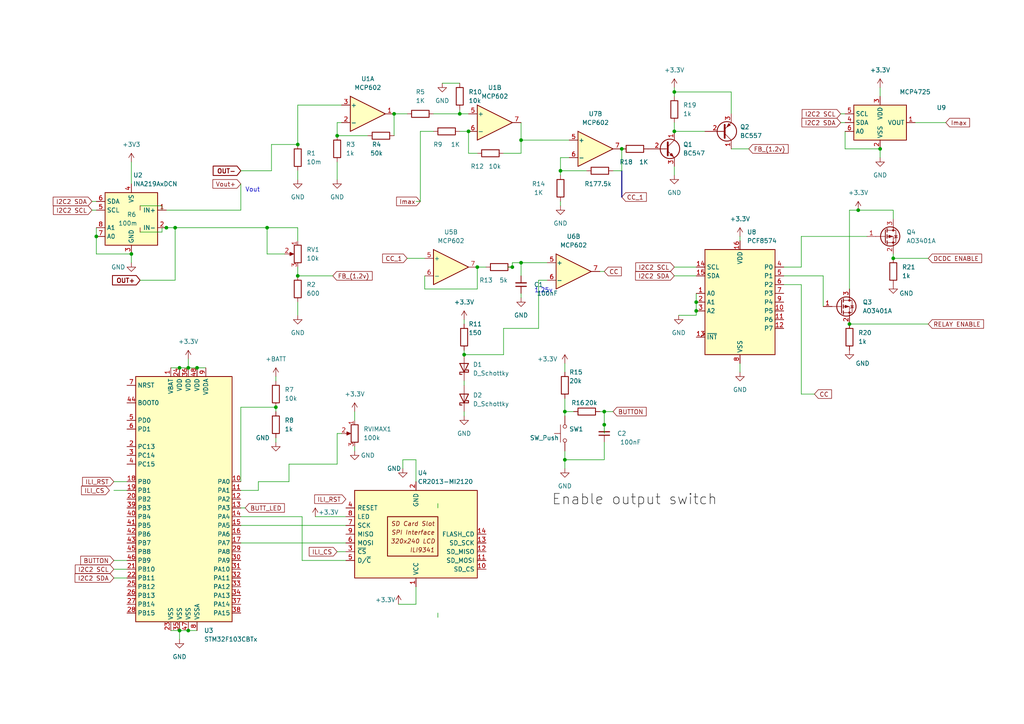
<source format=kicad_sch>
(kicad_sch (version 20211123) (generator eeschema)
  (paper "A4")
  (title_block (title "Massive Overkill Power Supply") (rev "0.1"))
  (lib_symbols
    (symbol "+3.3V_1" (power) (pin_names (offset 0))
      (property "Value" "+3.3V_1" (at 0 3.556 0))
      (symbol "+3.3V_1_0_1"
        (polyline (pts (xy -0.762 1.27) (xy 0 2.54)))
        (polyline (pts (xy 0 0) (xy 0 2.54)))
        (polyline (pts (xy 0 2.54) (xy 0.762 1.27)))
      )
      (symbol "+3.3V_1_1_1"
        (pin power_in line (at 0 0 90) (length 0) hide (name "+3.3V") (number "1"))
      )
    )
    (symbol "+3.3V_2" (power) (pin_names (offset 0))
      (property "Value" "+3.3V_2" (at 0 3.556 0))
      (symbol "+3.3V_2_0_1"
        (polyline (pts (xy -0.762 1.27) (xy 0 2.54)))
        (polyline (pts (xy 0 0) (xy 0 2.54)))
        (polyline (pts (xy 0 2.54) (xy 0.762 1.27)))
      )
      (symbol "+3.3V_2_1_1"
        (pin power_in line (at 0 0 90) (length 0) hide (name "+3.3V") (number "1"))
      )
    )
    (symbol "+3.3V_3" (power) (pin_names (offset 0))
      (property "Value" "+3.3V_3" (at 0 3.556 0))
      (symbol "+3.3V_3_0_1"
        (polyline (pts (xy -0.762 1.27) (xy 0 2.54)))
        (polyline (pts (xy 0 0) (xy 0 2.54)))
        (polyline (pts (xy 0 2.54) (xy 0.762 1.27)))
      )
      (symbol "+3.3V_3_1_1"
        (pin power_in line (at 0 0 90) (length 0) hide (name "+3.3V") (number "1"))
      )
    )
    (symbol "+3.3V_4" (power) (pin_names (offset 0))
      (property "Value" "+3.3V_4" (at 0 3.556 0))
      (symbol "+3.3V_4_0_1"
        (polyline (pts (xy -0.762 1.27) (xy 0 2.54)))
        (polyline (pts (xy 0 0) (xy 0 2.54)))
        (polyline (pts (xy 0 2.54) (xy 0.762 1.27)))
      )
      (symbol "+3.3V_4_1_1"
        (pin power_in line (at 0 0 90) (length 0) hide (name "+3.3V") (number "1"))
      )
    )
    (symbol "+3.3V_5" (power) (pin_names (offset 0))
      (property "Value" "+3.3V_5" (at 0 3.556 0))
      (symbol "+3.3V_5_0_1"
        (polyline (pts (xy -0.762 1.27) (xy 0 2.54)))
        (polyline (pts (xy 0 0) (xy 0 2.54)))
        (polyline (pts (xy 0 2.54) (xy 0.762 1.27)))
      )
      (symbol "+3.3V_5_1_1"
        (pin power_in line (at 0 0 90) (length 0) hide (name "+3.3V") (number "1"))
      )
    )
    (symbol "+3.3V_6" (power) (pin_names (offset 0))
      (property "Value" "+3.3V_6" (at 0 3.556 0))
      (symbol "+3.3V_6_0_1"
        (polyline (pts (xy -0.762 1.27) (xy 0 2.54)))
        (polyline (pts (xy 0 0) (xy 0 2.54)))
        (polyline (pts (xy 0 2.54) (xy 0.762 1.27)))
      )
      (symbol "+3.3V_6_1_1"
        (pin power_in line (at 0 0 90) (length 0) hide (name "+3.3V") (number "1"))
      )
    )
    (symbol "+3.3V_7" (power) (pin_names (offset 0))
      (property "Value" "+3.3V_7" (at 0 3.556 0))
      (symbol "+3.3V_7_0_1"
        (polyline (pts (xy -0.762 1.27) (xy 0 2.54)))
        (polyline (pts (xy 0 0) (xy 0 2.54)))
        (polyline (pts (xy 0 2.54) (xy 0.762 1.27)))
      )
      (symbol "+3.3V_7_1_1"
        (pin power_in line (at 0 0 90) (length 0) hide (name "+3.3V") (number "1"))
      )
    )
    (symbol "Amplifier_Operational:LM358" (pin_names (offset 0.127))
      (property "Reference" "U" (at 0 5.08 0))
      (property "Value" "LM358" (at 0 -5.08 0))
      (symbol "LM358_1_1"
        (polyline (pts (xy -5.08 5.08) (xy 5.08 0) (xy -5.08 -5.08) (xy -5.08 5.08)) (stroke (width 0.254)) (fill (type background)))
        (pin output line (at 7.62 0 180) (length 2.54) (name "~") (number "1"))
        (pin input line (at -7.62 -2.54 0) (length 2.54) (name "-") (number "2"))
        (pin input line (at -7.62 2.54 0) (length 2.54) (name "+") (number "3"))
      )
      (symbol "LM358_2_1"
        (polyline (pts (xy -5.08 5.08) (xy 5.08 0) (xy -5.08 -5.08) (xy -5.08 5.08)) (stroke (width 0.254)) (fill (type background)))
        (pin input line (at -7.62 2.54 0) (length 2.54) (name "+") (number "5"))
        (pin input line (at -7.62 -2.54 0) (length 2.54) (name "-") (number "6"))
        (pin output line (at 7.62 0 180) (length 2.54) (name "~") (number "7"))
      )
      (symbol "LM358_3_1"
        (pin power_in line (at -2.54 -7.62 90) (length 3.81) (name "V-") (number "4"))
        (pin power_in line (at -2.54 7.62 270) (length 3.81) (name "V+") (number "8"))
      )
    )
    (symbol "Analog_ADC:INA219AxDCN"
      (property "Reference" "U" (at -6.35 8.89 0))
      (property "Value" "INA219AxDCN" (at 6.35 8.89 0))
      (symbol "INA219AxDCN_0_1"
        (rectangle (start -7.62 7.62) (end 7.62 -7.62) (stroke (width 0.254)) (fill (type background)))
      )
      (symbol "INA219AxDCN_1_1"
        (pin input line (at -10.16 2.54 0) (length 2.54) (name "IN+") (number "1"))
        (pin input line (at -10.16 -2.54 0) (length 2.54) (name "IN-") (number "2"))
        (pin power_in line (at 0 -10.16 90) (length 2.54) (name "GND") (number "3"))
        (pin power_in line (at 0 10.16 270) (length 2.54) (name "VS") (number "4"))
        (pin input line (at 10.16 2.54 180) (length 2.54) (name "SCL") (number "5"))
        (pin bidirectional line (at 10.16 5.08 180) (length 2.54) (name "SDA") (number "6"))
        (pin input line (at 10.16 -5.08 180) (length 2.54) (name "A0") (number "7"))
        (pin input line (at 10.16 -2.54 180) (length 2.54) (name "A1") (number "8"))
      )
    )
    (symbol "Analog_DAC:MCP4725xxx-xCH"
      (property "Reference" "U" (at -6.35 6.35 0))
      (property "Value" "MCP4725xxx-xCH" (at 8.89 6.35 0))
      (symbol "MCP4725xxx-xCH_0_1"
        (rectangle (start -7.62 5.08) (end 7.62 -5.08) (stroke (width 0.254)) (fill (type background)))
      )
      (symbol "MCP4725xxx-xCH_1_1"
        (pin output line (at 10.16 0 180) (length 2.54) (name "VOUT") (number "1"))
        (pin power_in line (at 0 -7.62 90) (length 2.54) (name "VSS") (number "2"))
        (pin power_in line (at 0 7.62 270) (length 2.54) (name "VDD") (number "3"))
        (pin bidirectional line (at -10.16 0 0) (length 2.54) (name "SDA") (number "4"))
        (pin input line (at -10.16 2.54 0) (length 2.54) (name "SCL") (number "5"))
        (pin input line (at -10.16 -2.54 0) (length 2.54) (name "A0") (number "6"))
      )
    )
    (symbol "Device:C_Small" (pin_numbers hide) (pin_names (offset 0.254) hide)
      (property "Reference" "C" (at 0.254 1.778 0))
      (property "Value" "C_Small" (at 0.254 -2.032 0))
      (symbol "C_Small_0_1"
        (polyline (pts (xy -1.524 -0.508) (xy 1.524 -0.508)) (stroke (width 0.3302)))
        (polyline (pts (xy -1.524 0.508) (xy 1.524 0.508)) (stroke (width 0.3048)))
      )
      (symbol "C_Small_1_1"
        (pin passive line (at 0 2.54 270) (length 2.032) (name "~") (number "1"))
        (pin passive line (at 0 -2.54 90) (length 2.032) (name "~") (number "2"))
      )
    )
    (symbol "Device:D_Schottky" (pin_numbers hide) (pin_names (offset 1.016) hide)
      (property "Reference" "D" (at 0 2.54 0))
      (property "Value" "D_Schottky" (at 0 -2.54 0))
      (symbol "D_Schottky_0_1"
        (polyline (pts (xy 1.27 0) (xy -1.27 0)))
        (polyline (pts (xy 1.27 1.27) (xy 1.27 -1.27) (xy -1.27 0) (xy 1.27 1.27)) (stroke (width 0.254)))
        (polyline (pts (xy -1.905 0.635) (xy -1.905 1.27) (xy -1.27 1.27) (xy -1.27 -1.27) (xy -0.635 -1.27) (xy -0.635 -0.635)) (stroke (width 0.254)))
      )
      (symbol "D_Schottky_1_1"
        (pin passive line (at -3.81 0 0) (length 2.54) (name "K") (number "1"))
        (pin passive line (at 3.81 0 180) (length 2.54) (name "A") (number "2"))
      )
    )
    (symbol "Device:R" (pin_numbers hide) (pin_names (offset 0))
      (property "Reference" "R" (at 2.032 0 90))
      (property "Value" "R" (at 0 0 90))
      (symbol "R_0_1"
        (rectangle (start -1.016 -2.54) (end 1.016 2.54) (stroke (width 0.254)))
      )
      (symbol "R_1_1"
        (pin passive line (at 0 3.81 270) (length 1.27) (name "~") (number "1"))
        (pin passive line (at 0 -3.81 90) (length 1.27) (name "~") (number "2"))
      )
    )
    (symbol "Device:R_Potentiometer" (pin_names (offset 1.016) hide)
      (property "Reference" "RV" (at -4.445 0 90))
      (property "Value" "R_Potentiometer" (at -2.54 0 90))
      (symbol "R_Potentiometer_0_1"
        (polyline (pts (xy 2.54 0) (xy 1.524 0)))
        (polyline (pts (xy 1.143 0) (xy 2.286 0.508) (xy 2.286 -0.508) (xy 1.143 0)) (fill (type outline)))
        (rectangle (start 1.016 2.54) (end -1.016 -2.54) (stroke (width 0.254)))
      )
      (symbol "R_Potentiometer_1_1"
        (pin passive line (at 0 3.81 270) (length 1.27) (name "1") (number "1"))
        (pin passive line (at 3.81 0 180) (length 1.27) (name "2") (number "2"))
        (pin passive line (at 0 -3.81 90) (length 1.27) (name "3") (number "3"))
      )
    )
    (symbol "Driver_Display:CR2013-MI2120" (pin_names (offset 0.762))
      (property "Reference" "U" (at -17.526 13.97 0))
      (property "Value" "CR2013-MI2120" (at 1.905 13.97 0))
      (symbol "CR2013-MI2120_0_0"
        (text "320x240 LCD" (at 0.889 2.032 0) (effects (font (size 1.27 1.27) italic)))
        (text "ILI9341" (at -5.461 4.572 0) (effects (font (size 1.27 1.27) italic) (justify left)))
        (text "SD Card Slot" (at -5.461 -3.048 0) (effects (font (size 1.27 1.27) italic) (justify left)))
        (text "SPI Interface" (at -5.461 -0.508 0) (effects (font (size 1.27 1.27) italic) (justify left)))
      )
      (symbol "CR2013-MI2120_0_1"
        (rectangle (start -17.78 12.7) (end 17.78 -12.7) (stroke (width 0.254)) (fill (type background)))
        (rectangle (start -6.35 6.35) (end 8.255 -5.08) (stroke (width 0.254)))
      )
      (symbol "CR2013-MI2120_1_1"
        (pin power_in line (at 0 15.24 270) (length 2.54) (name "VCC") (number "1"))
        (pin input line (at -20.32 10.16 0) (length 2.54) (name "SD_CS") (number "10"))
        (pin input line (at -20.32 7.62 0) (length 2.54) (name "SD_MOSI") (number "11"))
        (pin output line (at -20.32 5.08 0) (length 2.54) (name "SD_MISO") (number "12"))
        (pin input line (at -20.32 2.54 0) (length 2.54) (name "SD_SCK") (number "13"))
        (pin input line (at -20.32 0 0) (length 2.54) (name "FLASH_CD") (number "14"))
        (pin power_in line (at 0 -15.24 90) (length 2.54) (name "GND") (number "2"))
        (pin input line (at 20.32 5.08 180) (length 2.54) (name "~{CS}") (number "3"))
        (pin input line (at 20.32 -7.62 180) (length 2.54) (name "RESET") (number "4"))
        (pin input line (at 20.32 7.62 180) (length 2.54) (name "D/~{C}") (number "5"))
        (pin input line (at 20.32 2.54 180) (length 2.54) (name "MOSI") (number "6"))
        (pin input line (at 20.32 -2.54 180) (length 2.54) (name "SCK") (number "7"))
        (pin input line (at 20.32 -5.08 180) (length 2.54) (name "LED") (number "8"))
        (pin output line (at 20.32 0 180) (length 2.54) (name "MISO") (number "9"))
      )
    )
    (symbol "Interface_Expansion:PCF8574"
      (property "Reference" "U" (at -8.89 16.51 0))
      (property "Value" "PCF8574" (at 2.54 16.51 0))
      (symbol "PCF8574_0_1"
        (rectangle (start -10.16 15.24) (end 10.16 -15.24) (stroke (width 0.254)) (fill (type background)))
      )
      (symbol "PCF8574_1_1"
        (pin input line (at -12.7 2.54 0) (length 2.54) (name "A0") (number "1"))
        (pin bidirectional line (at 12.7 -2.54 180) (length 2.54) (name "P5") (number "10"))
        (pin bidirectional line (at 12.7 -5.08 180) (length 2.54) (name "P6") (number "11"))
        (pin bidirectional line (at 12.7 -7.62 180) (length 2.54) (name "P7") (number "12"))
        (pin open_collector output_low (at -12.7 -10.16 0) (length 2.54) (name "~{INT}") (number "13"))
        (pin input line (at -12.7 10.16 0) (length 2.54) (name "SCL") (number "14"))
        (pin bidirectional line (at -12.7 7.62 0) (length 2.54) (name "SDA") (number "15"))
        (pin power_in line (at 0 17.78 270) (length 2.54) (name "VDD") (number "16"))
        (pin input line (at -12.7 0 0) (length 2.54) (name "A1") (number "2"))
        (pin input line (at -12.7 -2.54 0) (length 2.54) (name "A2") (number "3"))
        (pin bidirectional line (at 12.7 10.16 180) (length 2.54) (name "P0") (number "4"))
        (pin bidirectional line (at 12.7 7.62 180) (length 2.54) (name "P1") (number "5"))
        (pin bidirectional line (at 12.7 5.08 180) (length 2.54) (name "P2") (number "6"))
        (pin bidirectional line (at 12.7 2.54 180) (length 2.54) (name "P3") (number "7"))
        (pin power_in line (at 0 -17.78 90) (length 2.54) (name "VSS") (number "8"))
        (pin bidirectional line (at 12.7 0 180) (length 2.54) (name "P4") (number "9"))
      )
    )
    (symbol "MCU_ST_STM32F1:STM32F103CBTx"
      (property "Reference" "U" (at -15.24 36.83 0))
      (property "Value" "STM32F103CBTx" (at 7.62 36.83 0))
      (symbol "STM32F103CBTx_0_1"
        (rectangle (start -15.24 -35.56) (end 12.7 35.56) (stroke (width 0.254)) (fill (type background)))
      )
      (symbol "STM32F103CBTx_1_1"
        (pin power_in line (at -5.08 38.1 270) (length 2.54) (name "VBAT") (number "1"))
        (pin bidirectional line (at 15.24 5.08 180) (length 2.54) (name "PA0") (number "10"))
        (pin bidirectional line (at 15.24 2.54 180) (length 2.54) (name "PA1") (number "11"))
        (pin bidirectional line (at 15.24 0 180) (length 2.54) (name "PA2") (number "12"))
        (pin bidirectional line (at 15.24 -2.54 180) (length 2.54) (name "PA3") (number "13"))
        (pin bidirectional line (at 15.24 -5.08 180) (length 2.54) (name "PA4") (number "14"))
        (pin bidirectional line (at 15.24 -7.62 180) (length 2.54) (name "PA5") (number "15"))
        (pin bidirectional line (at 15.24 -10.16 180) (length 2.54) (name "PA6") (number "16"))
        (pin bidirectional line (at 15.24 -12.7 180) (length 2.54) (name "PA7") (number "17"))
        (pin bidirectional line (at -17.78 5.08 0) (length 2.54) (name "PB0") (number "18"))
        (pin bidirectional line (at -17.78 2.54 0) (length 2.54) (name "PB1") (number "19"))
        (pin bidirectional line (at -17.78 15.24 0) (length 2.54) (name "PC13") (number "2"))
        (pin bidirectional line (at -17.78 0 0) (length 2.54) (name "PB2") (number "20"))
        (pin bidirectional line (at -17.78 -20.32 0) (length 2.54) (name "PB10") (number "21"))
        (pin bidirectional line (at -17.78 -22.86 0) (length 2.54) (name "PB11") (number "22"))
        (pin power_in line (at -5.08 -38.1 90) (length 2.54) (name "VSS") (number "23"))
        (pin power_in line (at -2.54 38.1 270) (length 2.54) (name "VDD") (number "24"))
        (pin bidirectional line (at -17.78 -25.4 0) (length 2.54) (name "PB12") (number "25"))
        (pin bidirectional line (at -17.78 -27.94 0) (length 2.54) (name "PB13") (number "26"))
        (pin bidirectional line (at -17.78 -30.48 0) (length 2.54) (name "PB14") (number "27"))
        (pin bidirectional line (at -17.78 -33.02 0) (length 2.54) (name "PB15") (number "28"))
        (pin bidirectional line (at 15.24 -15.24 180) (length 2.54) (name "PA8") (number "29"))
        (pin bidirectional line (at -17.78 12.7 0) (length 2.54) (name "PC14") (number "3"))
        (pin bidirectional line (at 15.24 -17.78 180) (length 2.54) (name "PA9") (number "30"))
        (pin bidirectional line (at 15.24 -20.32 180) (length 2.54) (name "PA10") (number "31"))
        (pin bidirectional line (at 15.24 -22.86 180) (length 2.54) (name "PA11") (number "32"))
        (pin bidirectional line (at 15.24 -25.4 180) (length 2.54) (name "PA12") (number "33"))
        (pin bidirectional line (at 15.24 -27.94 180) (length 2.54) (name "PA13") (number "34"))
        (pin power_in line (at -2.54 -38.1 90) (length 2.54) (name "VSS") (number "35"))
        (pin power_in line (at 0 38.1 270) (length 2.54) (name "VDD") (number "36"))
        (pin bidirectional line (at 15.24 -30.48 180) (length 2.54) (name "PA14") (number "37"))
        (pin bidirectional line (at 15.24 -33.02 180) (length 2.54) (name "PA15") (number "38"))
        (pin bidirectional line (at -17.78 -2.54 0) (length 2.54) (name "PB3") (number "39"))
        (pin bidirectional line (at -17.78 10.16 0) (length 2.54) (name "PC15") (number "4"))
        (pin bidirectional line (at -17.78 -5.08 0) (length 2.54) (name "PB4") (number "40"))
        (pin bidirectional line (at -17.78 -7.62 0) (length 2.54) (name "PB5") (number "41"))
        (pin bidirectional line (at -17.78 -10.16 0) (length 2.54) (name "PB6") (number "42"))
        (pin bidirectional line (at -17.78 -12.7 0) (length 2.54) (name "PB7") (number "43"))
        (pin input line (at -17.78 27.94 0) (length 2.54) (name "BOOT0") (number "44"))
        (pin bidirectional line (at -17.78 -15.24 0) (length 2.54) (name "PB8") (number "45"))
        (pin bidirectional line (at -17.78 -17.78 0) (length 2.54) (name "PB9") (number "46"))
        (pin power_in line (at 0 -38.1 90) (length 2.54) (name "VSS") (number "47"))
        (pin power_in line (at 2.54 38.1 270) (length 2.54) (name "VDD") (number "48"))
        (pin input line (at -17.78 22.86 0) (length 2.54) (name "PD0") (number "5"))
        (pin input line (at -17.78 20.32 0) (length 2.54) (name "PD1") (number "6"))
        (pin input line (at -17.78 33.02 0) (length 2.54) (name "NRST") (number "7"))
        (pin power_in line (at 2.54 -38.1 90) (length 2.54) (name "VSSA") (number "8"))
        (pin power_in line (at 5.08 38.1 270) (length 2.54) (name "VDDA") (number "9"))
      )
    )
    (symbol "Switch:SW_Push" (pin_numbers hide) (pin_names (offset 1.016) hide)
      (property "Reference" "SW" (at 1.27 2.54 0))
      (property "Value" "SW_Push" (at 0 -1.524 0))
      (symbol "SW_Push_0_1"
        (circle (center -2.032 0) (radius 0.508))
        (polyline (pts (xy 0 1.27) (xy 0 3.048)))
        (polyline (pts (xy 2.54 1.27) (xy -2.54 1.27)))
        (circle (center 2.032 0) (radius 0.508))
        (pin passive line (at -5.08 0 0) (length 2.54) (name "1") (number "1"))
        (pin passive line (at 5.08 0 180) (length 2.54) (name "2") (number "2"))
      )
    )
    (symbol "Transistor_BJT:BC547" (pin_names (offset 0) hide)
      (property "Reference" "Q" (at 5.08 1.905 0))
      (property "Value" "BC547" (at 5.08 0 0))
      (symbol "BC547_0_1"
        (polyline (pts (xy 0 0) (xy 0.635 0)))
        (polyline (pts (xy 0.635 0.635) (xy 2.54 2.54)))
        (polyline (pts (xy 0.635 -0.635) (xy 2.54 -2.54) (xy 2.54 -2.54)))
        (polyline (pts (xy 0.635 1.905) (xy 0.635 -1.905) (xy 0.635 -1.905)) (stroke (width 0.508)))
        (polyline (pts (xy 1.27 -1.778) (xy 1.778 -1.27) (xy 2.286 -2.286) (xy 1.27 -1.778) (xy 1.27 -1.778)) (fill (type outline)))
        (circle (center 1.27 0) (radius 2.8194) (stroke (width 0.254)))
      )
      (symbol "BC547_1_1"
        (pin passive line (at 2.54 5.08 270) (length 2.54) (name "C") (number "1"))
        (pin input line (at -5.08 0 0) (length 5.08) (name "B") (number "2"))
        (pin passive line (at 2.54 -5.08 90) (length 2.54) (name "E") (number "3"))
      )
    )
    (symbol "Transistor_BJT:BC557" (pin_names (offset 0) hide)
      (property "Reference" "Q" (at 5.08 1.905 0))
      (property "Value" "BC557" (at 5.08 0 0))
      (symbol "BC557_0_1"
        (polyline (pts (xy 0.635 0.635) (xy 2.54 2.54)))
        (polyline (pts (xy 0.635 -0.635) (xy 2.54 -2.54) (xy 2.54 -2.54)))
        (polyline (pts (xy 0.635 1.905) (xy 0.635 -1.905) (xy 0.635 -1.905)) (stroke (width 0.508)))
        (polyline (pts (xy 2.286 -1.778) (xy 1.778 -2.286) (xy 1.27 -1.27) (xy 2.286 -1.778) (xy 2.286 -1.778)) (fill (type outline)))
        (circle (center 1.27 0) (radius 2.8194) (stroke (width 0.254)))
      )
      (symbol "BC557_1_1"
        (pin passive line (at 2.54 5.08 270) (length 2.54) (name "C") (number "1"))
        (pin input line (at -5.08 0 0) (length 5.715) (name "B") (number "2"))
        (pin passive line (at 2.54 -5.08 90) (length 2.54) (name "E") (number "3"))
      )
    )
    (symbol "Transistor_FET:AO3401A" (pin_names hide)
      (property "Reference" "Q" (at 5.08 1.905 0))
      (property "Value" "AO3401A" (at 5.08 0 0))
      (symbol "AO3401A_0_1"
        (polyline (pts (xy 0.254 0) (xy -2.54 0)))
        (polyline (pts (xy 0.254 1.905) (xy 0.254 -1.905)) (stroke (width 0.254)))
        (polyline (pts (xy 0.762 -1.27) (xy 0.762 -2.286)) (stroke (width 0.254)))
        (polyline (pts (xy 0.762 0.508) (xy 0.762 -0.508)) (stroke (width 0.254)))
        (polyline (pts (xy 0.762 2.286) (xy 0.762 1.27)) (stroke (width 0.254)))
        (polyline (pts (xy 2.54 2.54) (xy 2.54 1.778)))
        (polyline (pts (xy 2.54 -2.54) (xy 2.54 0) (xy 0.762 0)))
        (polyline (pts (xy 0.762 1.778) (xy 3.302 1.778) (xy 3.302 -1.778) (xy 0.762 -1.778)))
        (polyline (pts (xy 2.286 0) (xy 1.27 0.381) (xy 1.27 -0.381) (xy 2.286 0)) (fill (type outline)))
        (polyline (pts (xy 2.794 -0.508) (xy 2.921 -0.381) (xy 3.683 -0.381) (xy 3.81 -0.254)))
        (polyline (pts (xy 3.302 -0.381) (xy 2.921 0.254) (xy 3.683 0.254) (xy 3.302 -0.381)))
        (circle (center 1.651 0) (radius 2.794) (stroke (width 0.254)))
        (circle (center 2.54 -1.778) (radius 0.254) (fill (type outline)))
        (circle (center 2.54 1.778) (radius 0.254) (fill (type outline)))
      )
      (symbol "AO3401A_1_1"
        (pin input line (at -5.08 0 0) (length 2.54) (name "G") (number "1"))
        (pin passive line (at 2.54 -5.08 90) (length 2.54) (name "S") (number "2"))
        (pin passive line (at 2.54 5.08 270) (length 2.54) (name "D") (number "3"))
      )
    )
    (symbol "power:+3.3V" (power) (pin_names (offset 0))
      (property "Value" "+3.3V" (at 0 3.556 0))
      (symbol "+3.3V_0_1"
        (polyline (pts (xy -0.762 1.27) (xy 0 2.54)))
        (polyline (pts (xy 0 0) (xy 0 2.54)))
        (polyline (pts (xy 0 2.54) (xy 0.762 1.27)))
      )
      (symbol "+3.3V_1_1"
        (pin power_in line (at 0 0 90) (length 0) hide (name "+3V3") (number "1"))
      )
    )
    (symbol "power:+BATT" (power) (pin_names (offset 0))
      (property "Value" "+BATT" (at 0 3.556 0))
      (symbol "+BATT_0_1"
        (polyline (pts (xy -0.762 1.27) (xy 0 2.54)))
        (polyline (pts (xy 0 0) (xy 0 2.54)))
        (polyline (pts (xy 0 2.54) (xy 0.762 1.27)))
      )
      (symbol "+BATT_1_1"
        (pin power_in line (at 0 0 90) (length 0) hide (name "+BATT") (number "1"))
      )
    )
    (symbol "power:GND" (power) (pin_names (offset 0))
      (property "Value" "GND" (at 0 -3.81 0))
      (symbol "GND_0_1"
        (polyline (pts (xy 0 0) (xy 0 -1.27) (xy 1.27 -1.27) (xy 0 -2.54) (xy -1.27 -1.27) (xy 0 -1.27)))
      )
      (symbol "GND_1_1"
        (pin power_in line (at 0 0 270) (length 0) hide (name "GND") (number "1"))
      )
    )
  )
  (junction (at 80.01 118.11))
  (junction (at 54.61 106.68))
  (junction (at 180.34 43.18))
  (junction (at 259.08 74.93))
  (junction (at 201.93 90.17))
  (junction (at 138.43 77.47))
  (junction (at 201.93 87.63))
  (junction (at 57.15 106.68))
  (junction (at 134.62 102.87))
  (junction (at 52.07 106.68))
  (junction (at 77.47 66.04))
  (junction (at 97.79 39.37))
  (junction (at 38.1 73.66))
  (junction (at 163.83 119.38))
  (junction (at 148.59 77.47))
  (junction (at 135.89 38.1))
  (junction (at 50.8 66.04))
  (junction (at 246.38 93.98))
  (junction (at 151.13 40.64))
  (junction (at 195.58 38.1))
  (junction (at 175.26 123.19))
  (junction (at 54.61 182.88))
  (junction (at 195.58 26.67))
  (junction (at 175.26 119.38))
  (junction (at 163.83 133.35))
  (junction (at 27.94 68.58))
  (junction (at 133.35 33.02))
  (junction (at 52.07 182.88))
  (junction (at 248.92 60.96))
  (junction (at 86.36 41.91))
  (junction (at 162.56 49.53))
  (junction (at 86.36 80.01))
  (junction (at 255.27 43.18))
  (junction (at 151.13 76.2))
  (junction (at 114.3 33.02))
  (junction (at 48.26 66.04))
  (wire (pts (xy 69.85 147.32) (xy 71.12 147.32)))
  (wire (pts (xy 138.43 77.47) (xy 140.97 77.47)))
  (wire (pts (xy 133.35 33.02) (xy 135.89 33.02)))
  (wire (pts (xy 173.99 119.38) (xy 175.26 119.38)))
  (wire (pts (xy 97.79 39.37) (xy 106.68 39.37)))
  (wire (pts (xy 54.61 104.14) (xy 54.61 106.68)))
  (wire (pts (xy 125.73 33.02) (xy 133.35 33.02)))
  (wire (pts (xy 52.07 182.88) (xy 52.07 185.42)))
  (wire (pts (xy 77.47 66.04) (xy 77.47 73.66)))
  (wire (pts (xy 69.85 149.86) (xy 87.63 149.86)))
  (wire (pts (xy 40.64 59.69) (xy 46.99 59.69)))
  (wire (pts (xy 163.83 119.38) (xy 163.83 120.65)))
  (wire (pts (xy 146.05 95.25) (xy 156.21 95.25)))
  (wire (pts (xy 127 146.05) (xy 127 147.32)))
  (wire (pts (xy 177.8 49.53) (xy 180.34 49.53)))
  (wire (pts (xy 26.67 60.96) (xy 27.94 60.96)))
  (wire (pts (xy 26.67 58.42) (xy 27.94 58.42)))
  (wire (pts (xy 196.85 91.44) (xy 201.93 91.44)))
  (wire (pts (xy 214.63 68.58) (xy 214.63 69.85)))
  (wire (pts (xy 97.79 125.73) (xy 97.79 134.62)))
  (wire (pts (xy 151.13 40.64) (xy 151.13 44.45)))
  (wire (pts (xy 80.01 118.11) (xy 80.01 119.38)))
  (wire (pts (xy 138.43 77.47) (xy 138.43 83.82)))
  (wire (pts (xy 148.59 77.47) (xy 148.59 76.2)))
  (wire (pts (xy 50.8 66.04) (xy 50.8 81.28)))
  (wire (pts (xy 133.35 31.75) (xy 133.35 33.02)))
  (wire (pts (xy 151.13 35.56) (xy 151.13 40.64)))
  (wire (pts (xy 195.58 80.01) (xy 201.93 80.01)))
  (wire (pts (xy 173.99 78.74) (xy 175.26 78.74)))
  (wire (pts (xy 246.38 93.98) (xy 269.24 93.98)))
  (wire (pts (xy 74.93 139.7) (xy 83.82 139.7)))
  (wire (pts (xy 162.56 49.53) (xy 162.56 45.72)))
  (wire (pts (xy 121.92 38.1) (xy 121.92 58.42)))
  (wire (pts (xy 102.87 129.54) (xy 102.87 130.81)))
  (wire (pts (xy 212.09 43.18) (xy 217.17 43.18)))
  (wire (pts (xy 115.57 175.26) (xy 120.65 175.26)))
  (wire (pts (xy 151.13 76.2) (xy 158.75 76.2)))
  (wire (pts (xy 146.05 44.45) (xy 151.13 44.45)))
  (wire (pts (xy 97.79 35.56) (xy 99.06 35.56)))
  (wire (pts (xy 97.79 125.73) (xy 99.06 125.73)))
  (wire (pts (xy 255.27 43.18) (xy 255.27 45.72)))
  (wire (pts (xy 243.84 35.56) (xy 245.11 35.56)))
  (wire (pts (xy 54.61 106.68) (xy 57.15 106.68)))
  (wire (pts (xy 86.36 69.85) (xy 86.36 66.04)))
  (wire (pts (xy 80.01 127) (xy 80.01 128.27)))
  (wire (pts (xy 163.83 119.38) (xy 166.37 119.38)))
  (wire (pts (xy 77.47 66.04) (xy 86.36 66.04)))
  (wire (pts (xy 86.36 87.63) (xy 86.36 91.44)))
  (wire (pts (xy 162.56 50.8) (xy 162.56 49.53)))
  (wire (pts (xy 128.27 24.13) (xy 133.35 24.13)))
  (wire (pts (xy 46.99 67.31) (xy 46.99 66.04)))
  (wire (pts (xy 248.92 60.96) (xy 259.08 60.96)))
  (wire (pts (xy 163.83 133.35) (xy 163.83 135.89)))
  (wire (pts (xy 87.63 162.56) (xy 100.33 162.56)))
  (wire (pts (xy 114.3 33.02) (xy 118.11 33.02)))
  (wire (pts (xy 175.26 123.19) (xy 175.26 125.73)))
  (wire (pts (xy 135.89 38.1) (xy 135.89 44.45)))
  (wire (pts (xy 163.83 130.81) (xy 163.83 133.35)))
  (wire (pts (xy 77.47 73.66) (xy 82.55 73.66)))
  (wire (pts (xy 54.61 182.88) (xy 57.15 182.88)))
  (wire (pts (xy 78.74 41.91) (xy 86.36 41.91)))
  (wire (pts (xy 162.56 58.42) (xy 162.56 59.69)))
  (wire (pts (xy 265.43 35.56) (xy 274.32 35.56)))
  (wire (pts (xy 227.33 80.01) (xy 238.76 80.01)))
  (wire (pts (xy 27.94 68.58) (xy 27.94 73.66)))
  (wire (pts (xy 133.35 38.1) (xy 135.89 38.1)))
  (wire (pts (xy 48.26 60.96) (xy 69.85 60.96)))
  (wire (pts (xy 156.21 81.28) (xy 156.21 95.25)))
  (wire (pts (xy 50.8 66.04) (xy 77.47 66.04)))
  (wire (pts (xy 245.11 43.18) (xy 255.27 43.18)))
  (wire (pts (xy 163.83 105.41) (xy 163.83 107.95)))
  (wire (pts (xy 69.85 53.34) (xy 69.85 60.96)))
  (wire (pts (xy 123.19 83.82) (xy 138.43 83.82)))
  (wire (pts (xy 102.87 119.38) (xy 102.87 121.92)))
  (wire (pts (xy 40.64 81.28) (xy 50.8 81.28)))
  (wire (pts (xy 227.33 77.47) (xy 232.41 77.47)))
  (wire (pts (xy 175.26 119.38) (xy 175.26 123.19)))
  (wire (pts (xy 46.99 60.96) (xy 46.99 59.69)))
  (wire (pts (xy 120.65 170.18) (xy 120.65 175.26)))
  (wire (pts (xy 135.89 44.45) (xy 138.43 44.45)))
  (wire (pts (xy 232.41 68.58) (xy 251.46 68.58)))
  (wire (pts (xy 146.05 102.87) (xy 146.05 95.25)))
  (wire (pts (xy 33.02 165.1) (xy 36.83 165.1)))
  (wire (pts (xy 69.85 157.48) (xy 100.33 157.48)))
  (wire (pts (xy 201.93 85.09) (xy 201.93 87.63)))
  (wire (pts (xy 227.33 82.55) (xy 232.41 82.55)))
  (wire (pts (xy 97.79 46.99) (xy 97.79 52.07)))
  (wire (pts (xy 151.13 40.64) (xy 165.1 40.64)))
  (wire (pts (xy 57.15 106.68) (xy 59.69 106.68)))
  (wire (pts (xy 195.58 35.56) (xy 195.58 38.1)))
  (wire (pts (xy 175.26 133.35) (xy 163.83 133.35)))
  (wire (pts (xy 83.82 139.7) (xy 83.82 134.62)))
  (wire (pts (xy 212.09 26.67) (xy 212.09 33.02)))
  (wire (pts (xy 259.08 63.5) (xy 259.08 60.96)))
  (wire (pts (xy 38.1 73.66) (xy 38.1 76.2)))
  (wire (pts (xy 125.73 38.1) (xy 121.92 38.1)))
  (wire (pts (xy 255.27 25.4) (xy 255.27 27.94)))
  (wire (pts (xy 69.85 118.11) (xy 69.85 139.7)))
  (wire (pts (xy 52.07 106.68) (xy 54.61 106.68)))
  (wire (pts (xy 74.93 142.24) (xy 74.93 139.7)))
  (wire (pts (xy 120.65 58.42) (xy 121.92 58.42)))
  (wire (pts (xy 180.34 43.18) (xy 180.34 49.53)))
  (wire (pts (xy 134.62 102.87) (xy 146.05 102.87)))
  (wire (pts (xy 49.53 182.88) (xy 52.07 182.88)))
  (wire (pts (xy 33.02 167.64) (xy 36.83 167.64)))
  (wire (pts (xy 48.26 66.04) (xy 50.8 66.04)))
  (wire (pts (xy 86.36 41.91) (xy 86.36 30.48)))
  (wire (pts (xy 175.26 119.38) (xy 177.8 119.38)))
  (wire (pts (xy 97.79 160.02) (xy 100.33 160.02)))
  (wire (pts (xy 134.62 119.38) (xy 134.62 120.65)))
  (wire (pts (xy 40.64 67.31) (xy 46.99 67.31)))
  (wire (pts (xy 147.32 77.47) (xy 148.59 77.47)))
  (wire (pts (xy 27.94 73.66) (xy 38.1 73.66)))
  (wire (pts (xy 38.1 46.99) (xy 38.1 53.34)))
  (wire (pts (xy 162.56 45.72) (xy 165.1 45.72)))
  (wire (pts (xy 49.53 106.68) (xy 52.07 106.68)))
  (wire (pts (xy 86.36 49.53) (xy 86.36 52.07)))
  (wire (pts (xy 46.99 66.04) (xy 48.26 66.04)))
  (wire (pts (xy 243.84 33.02) (xy 245.11 33.02)))
  (wire (pts (xy 175.26 128.27) (xy 175.26 133.35)))
  (wire (pts (xy 33.02 162.56) (xy 36.83 162.56)))
  (wire (pts (xy 78.74 41.91) (xy 78.74 49.53)))
  (wire (pts (xy 118.11 74.93) (xy 123.19 74.93)))
  (wire (pts (xy 33.02 139.7) (xy 36.83 139.7)))
  (wire (pts (xy 163.83 115.57) (xy 163.83 119.38)))
  (wire (pts (xy 214.63 105.41) (xy 214.63 107.95)))
  (wire (pts (xy 151.13 85.09) (xy 151.13 86.36)))
  (wire (pts (xy 69.85 142.24) (xy 74.93 142.24)))
  (wire (pts (xy 246.38 60.96) (xy 246.38 83.82)))
  (wire (pts (xy 86.36 80.01) (xy 96.52 80.01)))
  (wire (pts (xy 232.41 114.3) (xy 236.22 114.3)))
  (wire (pts (xy 248.92 60.96) (xy 246.38 60.96)))
  (wire (pts (xy 127 177.8) (xy 127 179.07)))
  (wire (pts (xy 69.85 49.53) (xy 78.74 49.53)))
  (wire (pts (xy 83.82 134.62) (xy 97.79 134.62)))
  (wire (pts (xy 80.01 109.22) (xy 80.01 110.49)))
  (wire (pts (xy 33.02 142.24) (xy 36.83 142.24)))
  (wire (pts (xy 259.08 74.93) (xy 269.24 74.93)))
  (wire (pts (xy 238.76 80.01) (xy 238.76 88.9)))
  (wire (pts (xy 27.94 66.04) (xy 27.94 68.58)))
  (wire (pts (xy 195.58 48.26) (xy 195.58 50.8)))
  (wire (pts (xy 201.93 87.63) (xy 201.93 90.17)))
  (wire (pts (xy 69.85 118.11) (xy 80.01 118.11)))
  (wire (pts (xy 195.58 77.47) (xy 201.93 77.47)))
  (wire (pts (xy 69.85 152.4) (xy 100.33 152.4)))
  (wire (pts (xy 52.07 182.88) (xy 54.61 182.88)))
  (wire (pts (xy 86.36 30.48) (xy 99.06 30.48)))
  (wire (pts (xy 232.41 77.47) (xy 232.41 68.58)))
  (wire (pts (xy 116.84 133.35) (xy 120.65 133.35)))
  (wire (pts (xy 97.79 39.37) (xy 97.79 35.56)))
  (wire (pts (xy 114.3 33.02) (xy 114.3 39.37)))
  (wire (pts (xy 134.62 92.71) (xy 134.62 93.98)))
  (bus (pts (xy 180.34 49.53) (xy 180.34 57.15)))
  (wire (pts (xy 116.84 135.89) (xy 116.84 133.35)))
  (wire (pts (xy 134.62 101.6) (xy 134.62 102.87)))
  (wire (pts (xy 120.65 133.35) (xy 120.65 139.7)))
  (wire (pts (xy 87.63 149.86) (xy 87.63 162.56)))
  (wire (pts (xy 86.36 77.47) (xy 86.36 80.01)))
  (wire (pts (xy 232.41 82.55) (xy 232.41 114.3)))
  (wire (pts (xy 195.58 26.67) (xy 195.58 27.94)))
  (wire (pts (xy 123.19 80.01) (xy 123.19 83.82)))
  (wire (pts (xy 148.59 76.2) (xy 151.13 76.2)))
  (wire (pts (xy 195.58 26.67) (xy 212.09 26.67)))
  (wire (pts (xy 134.62 110.49) (xy 134.62 111.76)))
  (wire (pts (xy 195.58 25.4) (xy 195.58 26.67)))
  (wire (pts (xy 201.93 90.17) (xy 201.93 91.44)))
  (wire (pts (xy 259.08 73.66) (xy 259.08 74.93)))
  (wire (pts (xy 156.21 81.28) (xy 158.75 81.28)))
  (wire (pts (xy 151.13 76.2) (xy 151.13 80.01)))
  (wire (pts (xy 91.44 149.86) (xy 100.33 149.86)))
  (wire (pts (xy 245.11 38.1) (xy 245.11 43.18)))
  (wire (pts (xy 162.56 49.53) (xy 170.18 49.53)))
  (wire (pts (xy 195.58 38.1) (xy 204.47 38.1)))
  (text "1.25v" (at 154.94 85.09 0) (effects (font (size 1.27 1.27)) (justify left bottom)))
  (text "Vout" (at 71.12 55.88 0) (effects (font (size 1.27 1.27)) (justify left bottom)))
  (label "Enable output switch" (at 160.02 147.32 0) (effects (font (size 3 3))))
  (global_label "FB_(1.2v)" (shape input) (at 96.52 80.01 0) (property "Intersheet References" "${INTERSHEET_REFS}" (effects hide)))
  (global_label "I2C2 SDA" (shape input) (at 33.02 167.64 180) (property "Intersheet References" "${INTERSHEET_REFS}" (effects hide)))
  (global_label "I2C2 SCL" (shape input) (at 33.02 165.1 180) (property "Intersheet References" "${INTERSHEET_REFS}" (effects hide)))
  (global_label "ILI_RST" (shape input) (at 33.02 139.7 180) (property "Intersheet References" "${INTERSHEET_REFS}" (effects hide)))
  (global_label "I2C2 SDA" (shape input) (at 195.58 80.01 180) (property "Intersheet References" "${INTERSHEET_REFS}" (effects hide)))
  (global_label "BUTT_LED" (shape input) (at 71.12 147.32 0) (property "Intersheet References" "${INTERSHEET_REFS}" (effects hide)))
  (global_label "ILI_CS" (shape input) (at 31.75 142.24 180) (property "Intersheet References" "${INTERSHEET_REFS}" (effects hide)))
  (global_label "Imax" (shape input) (at 274.32 35.56 0) (property "Intersheet References" "${INTERSHEET_REFS}" (effects hide)))
  (global_label "ILI_RST" (shape input) (at 100.33 144.78 180) (property "Intersheet References" "${INTERSHEET_REFS}" (effects hide)))
  (global_label "ILI_CS" (shape input) (at 97.79 160.02 180) (property "Intersheet References" "${INTERSHEET_REFS}" (effects hide)))
  (global_label "BUTTON" (shape input) (at 33.02 162.56 180) (property "Intersheet References" "${INTERSHEET_REFS}" (effects hide)))
  (global_label "I2C2 SCL" (shape input) (at 26.67 60.96 180) (property "Intersheet References" "${INTERSHEET_REFS}" (effects hide)))
  (global_label "Imax" (shape input) (at 121.92 58.42 180) (property "Intersheet References" "${INTERSHEET_REFS}" (effects hide)))
  (global_label "I2C2 SCL" (shape input) (at 195.58 77.47 180) (property "Intersheet References" "${INTERSHEET_REFS}" (effects hide)))
  (global_label "OUT+" (shape input) (at 40.64 81.28 180) (effects (font (thickness 0.254) bold)) (property "Intersheet References" "${INTERSHEET_REFS}" (effects hide)))
  (global_label "CC" (shape input) (at 175.26 78.74 0) (property "Intersheet References" "${INTERSHEET_REFS}" (effects hide)))
  (global_label "DCDC ENABLE" (shape input) (at 269.24 74.93 0) (property "Intersheet References" "${INTERSHEET_REFS}" (effects hide)))
  (global_label "CC" (shape input) (at 236.22 114.3 0) (property "Intersheet References" "${INTERSHEET_REFS}" (effects hide)))
  (global_label "CC_1" (shape input) (at 118.11 74.93 180) (property "Intersheet References" "${INTERSHEET_REFS}" (effects hide)))
  (global_label "OUT-" (shape input) (at 69.85 49.53 180) (effects (font (thickness 0.254) bold)) (property "Intersheet References" "${INTERSHEET_REFS}" (effects hide)))
  (global_label "RELAY ENABLE" (shape input) (at 269.24 93.98 0) (property "Intersheet References" "${INTERSHEET_REFS}" (effects hide)))
  (global_label "Vout+" (shape input) (at 69.85 53.34 180) (property "Intersheet References" "${INTERSHEET_REFS}" (effects hide)))
  (global_label "CC_1" (shape input) (at 180.34 57.15 0) (property "Intersheet References" "${INTERSHEET_REFS}" (effects hide)))
  (global_label "I2C2 SCL" (shape input) (at 243.84 33.02 180) (property "Intersheet References" "${INTERSHEET_REFS}" (effects hide)))
  (global_label "BUTTON" (shape input) (at 177.8 119.38 0) (property "Intersheet References" "${INTERSHEET_REFS}" (effects hide)))
  (global_label "FB_(1.2v)" (shape input) (at 217.17 43.18 0) (property "Intersheet References" "${INTERSHEET_REFS}" (effects hide)))
  (global_label "I2C2 SDA" (shape input) (at 26.67 58.42 180) (property "Intersheet References" "${INTERSHEET_REFS}" (effects hide)))
  (global_label "I2C2 SDA" (shape input) (at 243.84 35.56 180) (property "Intersheet References" "${INTERSHEET_REFS}" (effects hide)))
  (symbol (lib_id "Device:R") (at 86.36 45.72 0) (unit 1)
    (property "Reference" "R1" (at 88.9 44.4499 0) (effects (justify left)))
    (property "Value" "10m" (at 88.9 46.9899 0) (effects (justify left)))
    (property "Footprint" "Resistor_SMD:R_0603_1608Metric" (effects hide))
  )
  (symbol (lib_id "Transistor_FET:AO3401A") (at 243.84 88.9 0) (unit 1)
    (property "Reference" "Q3" (at 250.19 87.6299 0) (effects (justify left)))
    (property "Value" "AO3401A" (at 250.19 90.1699 0) (effects (justify left)))
    (property "Footprint" "Package_TO_SOT_SMD:SOT-23" (effects hide))
    (property "Datasheet" "http://www.aosmd.com/pdfs/datasheet/AO3401A.pdf" (effects hide))
  )
  (symbol (lib_id "Device:C_Small") (at 175.26 125.73 180) (unit 1)
    (property "Reference" "C2" (at 180.34 125.73 0))
    (property "Value" "100nF" (at 182.88 128.27 0))
  )
  (symbol (lib_id "Device:R") (at 246.38 97.79 0) (unit 1)
    (property "Reference" "R20" (at 248.92 96.5199 0) (effects (justify left)))
    (property "Value" "1k" (at 248.92 99.0599 0) (effects (justify left)))
  )
  (symbol (lib_id "Amplifier_Operational:LM358") (at 166.37 78.74 0) (unit 2)
    (property "Reference" "U6" (at 166.37 68.58 0))
    (property "Value" "MCP602" (at 166.37 71.12 0))
    (property "Footprint" "Package_SO:SOIC-8-N7_3.9x4.9mm_P1.27mm" (effects hide))
    (property "Datasheet" "http://www.ti.com/lit/ds/symlink/lm2904-n.pdf" (effects hide))
  )
  (symbol (lib_id "power:GND") (at 86.36 91.44 0) (unit 1)
    (property "Reference" "#PWR02" (effects hide))
    (property "Value" "GND" (at 86.36 96.52 0))
  )
  (symbol (lib_id "power:+BATT") (at 80.01 109.22 0) (unit 1)
    (property "Reference" "#PWR08" (effects hide))
    (property "Value" "+BATT" (at 80.01 104.14 0))
  )
  (symbol (lib_id "power:GND") (at 196.85 91.44 0) (unit 1)
    (property "Reference" "#PWR024" (effects hide))
    (property "Value" "GND" (at 196.85 96.52 0))
  )
  (symbol (lib_id "power:+3.3V") (at 38.1 46.99 0) (unit 1)
    (property "Reference" "#PWR04" (effects hide))
    (property "Value" "+3.3V" (at 38.1 41.91 0))
  )
  (symbol (lib_id "Device:R") (at 121.92 33.02 90) (unit 1)
    (property "Reference" "R5" (at 121.92 26.67 90))
    (property "Value" "1K" (at 121.92 29.21 90))
    (property "Footprint" "Resistor_SMD:R_0603_1608Metric" (effects hide))
  )
  (symbol (lib_name "+3.3V_3") (lib_id "power:+3.3V") (at 91.44 149.86 0) (unit 1)
    (property "Reference" "#PWR010" (effects hide))
    (property "Value" "+3.3V" (at 95.25 148.59 0))
  )
  (symbol (lib_id "Device:R") (at 144.78 77.47 270) (unit 1)
    (property "Reference" "R13" (at 140.97 81.28 90))
    (property "Value" "5k" (at 146.05 81.28 90))
    (property "Footprint" "Resistor_SMD:R_0603_1608Metric" (effects hide))
  )
  (symbol (lib_id "Analog_ADC:INA219AxDCN") (at 38.1 63.5 0) (mirror y) (unit 1)
    (property "Reference" "U2" (at 38.6206 50.8 0) (effects (justify right)))
    (property "Value" "INA219AxDCN" (at 38.6206 53.34 0) (effects (justify right)))
    (property "Footprint" "Package_TO_SOT_SMD:SOT-23-8" (effects hide))
    (property "Datasheet" "http://www.ti.com/lit/ds/symlink/ina219.pdf" (effects hide))
  )
  (symbol (lib_id "Device:R") (at 40.64 63.5 0) (unit 1)
    (property "Reference" "R6" (at 36.83 62.23 0) (effects (justify left)))
    (property "Value" "100m" (at 34.29 64.77 0) (effects (justify left)))
    (property "Footprint" "Resistor_SMD:R_0603_1608Metric" (effects hide))
  )
  (symbol (lib_name "+3.3V_1") (lib_id "power:+3.3V") (at 255.27 25.4 0) (unit 1)
    (property "Reference" "#PWR029" (effects hide))
    (property "Value" "+3.3V" (at 255.27 20.32 0))
  )
  (symbol (lib_id "Interface_Expansion:PCF8574") (at 214.63 87.63 0) (unit 1)
    (property "Reference" "U8" (at 216.6494 67.31 0) (effects (justify left)))
    (property "Value" "PCF8574" (at 216.6494 69.85 0) (effects (justify left)))
    (property "Datasheet" "http://www.nxp.com/documents/data_sheet/PCF8574_PCF8574A.pdf" (effects hide))
  )
  (symbol (lib_name "+3.3V_4") (lib_id "power:+3.3V") (at 102.87 119.38 0) (unit 1)
    (property "Reference" "#PWR011" (effects hide))
    (property "Value" "+3.3V" (at 102.87 114.3 0))
  )
  (symbol (lib_id "power:GND") (at 195.58 50.8 0) (unit 1)
    (property "Reference" "#PWR023" (effects hide))
    (property "Value" "GND" (at 195.58 55.88 0))
  )
  (symbol (lib_id "Amplifier_Operational:LM358") (at 106.68 33.02 0) (unit 1)
    (property "Reference" "U1" (at 106.68 22.86 0))
    (property "Value" "MCP602" (at 106.68 25.4 0))
    (property "Footprint" "Package_SO:SOIC-8-N7_3.9x4.9mm_P1.27mm" (effects hide))
    (property "Datasheet" "http://www.ti.com/lit/ds/symlink/lm2904-n.pdf" (effects hide))
  )
  (symbol (lib_name "+3.3V_2") (lib_id "power:+3.3V") (at 115.57 175.26 0) (unit 1)
    (property "Reference" "#PWR013" (effects hide))
    (property "Value" "+3.3V" (at 111.76 173.99 0))
  )
  (symbol (lib_id "power:GND") (at 102.87 130.81 0) (mirror y) (unit 1)
    (property "Reference" "#PWR012" (effects hide))
    (property "Value" "GND" (at 106.68 132.08 0))
  )
  (symbol (lib_id "power:GND") (at 151.13 86.36 0) (unit 1)
    (property "Reference" "#PWR018" (effects hide))
    (property "Value" "GND" (at 151.13 91.44 0))
  )
  (symbol (lib_id "Amplifier_Operational:LM358") (at 130.81 77.47 0) (unit 2)
    (property "Reference" "U5" (at 130.81 67.31 0))
    (property "Value" "MCP602" (at 130.81 69.85 0))
    (property "Footprint" "Package_SO:SOIC-8-N7_3.9x4.9mm_P1.27mm" (effects hide))
    (property "Datasheet" "http://www.ti.com/lit/ds/symlink/lm2904-n.pdf" (effects hide))
  )
  (symbol (lib_id "power:GND") (at 116.84 135.89 0) (unit 1)
    (property "Reference" "#PWR014" (effects hide))
    (property "Value" "GND" (at 114.3 135.89 0))
  )
  (symbol (lib_name "+3.3V_5") (lib_id "power:+3.3V") (at 163.83 105.41 0) (unit 1)
    (property "Reference" "#PWR020" (effects hide))
    (property "Value" "+3.3V" (at 158.75 104.14 0))
  )
  (symbol (lib_id "Device:D_Schottky") (at 134.62 115.57 90) (unit 1)
    (property "Reference" "D2" (at 137.16 114.6174 90) (effects (justify right)))
    (property "Value" "D_Schottky" (at 137.16 117.1574 90) (effects (justify right)))
  )
  (symbol (lib_name "+3.3V_6") (lib_id "power:+3.3V") (at 214.63 68.58 0) (unit 1)
    (property "Reference" "#PWR025" (effects hide))
    (property "Value" "+3.3V" (at 214.63 63.5 0))
  )
  (symbol (lib_id "power:GND") (at 80.01 128.27 0) (unit 1)
    (property "Reference" "#PWR09" (effects hide))
    (property "Value" "GND" (at 76.2 127 0))
  )
  (symbol (lib_name "+3.3V_2") (lib_id "power:+3.3V") (at 54.61 104.14 0) (unit 1)
    (property "Reference" "#PWR07" (effects hide))
    (property "Value" "+3.3V" (at 54.61 99.06 0))
  )
  (symbol (lib_id "Device:R") (at 163.83 111.76 0) (unit 1)
    (property "Reference" "R15" (at 165.1 107.95 0) (effects (justify left)))
    (property "Value" "20k" (at 165.1 110.49 0) (effects (justify left)))
    (property "Footprint" "Resistor_SMD:R_0603_1608Metric" (effects hide))
  )
  (symbol (lib_id "power:GND") (at 162.56 59.69 0) (unit 1)
    (property "Reference" "#PWR019" (effects hide))
    (property "Value" "GND" (at 162.56 64.77 0))
  )
  (symbol (lib_id "power:GND") (at 97.79 52.07 0) (unit 1)
    (property "Reference" "#PWR03" (effects hide))
    (property "Value" "GND" (at 97.79 57.15 0))
  )
  (symbol (lib_id "power:GND") (at 134.62 120.65 0) (unit 1)
    (property "Reference" "#PWR017" (effects hide))
    (property "Value" "GND" (at 134.62 125.73 0))
  )
  (symbol (lib_id "Device:R") (at 129.54 38.1 90) (unit 1)
    (property "Reference" "R9" (at 127 41.91 90))
    (property "Value" "1K" (at 132.08 41.91 90))
    (property "Footprint" "Resistor_SMD:R_0603_1608Metric" (effects hide))
  )
  (symbol (lib_id "power:GND") (at 52.07 185.42 0) (unit 1)
    (property "Reference" "#PWR06" (effects hide))
    (property "Value" "GND" (at 52.07 190.5 0))
  )
  (symbol (lib_id "Device:R_Potentiometer") (at 102.87 125.73 0) (mirror y) (unit 1)
    (property "Reference" "RVIMAX1" (at 105.41 124.4599 0) (effects (justify right)))
    (property "Value" "100k" (at 105.41 126.9999 0) (effects (justify right)))
  )
  (symbol (lib_id "power:GND") (at 246.38 101.6 0) (unit 1)
    (property "Reference" "#PWR027" (effects hide))
    (property "Value" "GND" (at 250.19 105.41 0))
  )
  (symbol (lib_id "Device:R") (at 80.01 114.3 0) (unit 1)
    (property "Reference" "R7" (at 82.55 113.0299 0) (effects (justify left)))
    (property "Value" "10k" (at 82.55 115.5699 0) (effects (justify left)))
    (property "Footprint" "Resistor_SMD:R_0603_1608Metric" (effects hide))
  )
  (symbol (lib_id "Device:R") (at 195.58 31.75 0) (unit 1)
    (property "Reference" "R19" (at 198.12 30.4799 0) (effects (justify left)))
    (property "Value" "1k" (at 198.12 33.0199 0) (effects (justify left)))
    (property "Footprint" "Resistor_SMD:R_0603_1608Metric" (effects hide))
  )
  (symbol (lib_id "Device:R") (at 110.49 39.37 90) (unit 1)
    (property "Reference" "R4" (at 109.22 41.91 90))
    (property "Value" "50k" (at 109.22 44.45 90))
    (property "Footprint" "Resistor_SMD:R_0603_1608Metric" (effects hide))
  )
  (symbol (lib_id "Device:D_Schottky") (at 134.62 106.68 90) (unit 1)
    (property "Reference" "D1" (at 137.16 105.7274 90) (effects (justify right)))
    (property "Value" "D_Schottky" (at 137.16 108.2674 90) (effects (justify right)))
  )
  (symbol (lib_id "Device:R") (at 259.08 78.74 0) (unit 1)
    (property "Reference" "R21" (at 261.62 77.4699 0) (effects (justify left)))
    (property "Value" "1k" (at 261.62 80.0099 0) (effects (justify left)))
  )
  (symbol (lib_id "power:GND") (at 128.27 24.13 0) (unit 1)
    (property "Reference" "#PWR015" (effects hide))
    (property "Value" "GND" (at 128.27 29.21 0))
  )
  (symbol (lib_id "Transistor_BJT:BC557") (at 209.55 38.1 0) (mirror x) (unit 1)
    (property "Reference" "Q2" (at 214.63 36.8299 0) (effects (justify left)))
    (property "Value" "BC557" (at 214.63 39.3699 0) (effects (justify left)))
    (property "Footprint" "Package_TO_SOT_THT:TO-92_Inline" (effects hide))
    (property "Datasheet" "https://www.onsemi.com/pub/Collateral/BC556BTA-D.pdf" (effects hide))
  )
  (symbol (lib_id "Device:R") (at 133.35 27.94 0) (unit 1)
    (property "Reference" "R10" (at 135.89 26.6699 0) (effects (justify left)))
    (property "Value" "10k" (at 135.89 29.2099 0) (effects (justify left)))
    (property "Footprint" "Resistor_SMD:R_0603_1608Metric" (effects hide))
  )
  (symbol (lib_id "Amplifier_Operational:LM358") (at 143.51 35.56 0) (unit 2)
    (property "Reference" "U1" (at 143.51 25.4 0))
    (property "Value" "MCP602" (at 143.51 27.94 0))
    (property "Footprint" "Package_SO:SOIC-8-N7_3.9x4.9mm_P1.27mm" (effects hide))
    (property "Datasheet" "http://www.ti.com/lit/ds/symlink/lm2904-n.pdf" (effects hide))
  )
  (symbol (lib_name "+3.3V_6") (lib_id "power:+3.3V") (at 134.62 92.71 0) (unit 1)
    (property "Reference" "#PWR016" (effects hide))
    (property "Value" "+3.3V" (at 134.62 87.63 0))
  )
  (symbol (lib_id "Device:R") (at 80.01 123.19 0) (unit 1)
    (property "Reference" "R8" (at 82.55 121.9199 0) (effects (justify left)))
    (property "Value" "1k" (at 82.55 124.4599 0) (effects (justify left)))
    (property "Footprint" "Resistor_SMD:R_0603_1608Metric" (effects hide))
  )
  (symbol (lib_id "Switch:SW_Push") (at 163.83 125.73 90) (unit 1)
    (property "Reference" "SW1" (at 165.1 124.4599 90) (effects (justify right)))
    (property "Value" "SW_Push" (at 153.67 127 90) (effects (justify right)))
  )
  (symbol (lib_id "power:GND") (at 163.83 135.89 0) (unit 1)
    (property "Reference" "#PWR021" (effects hide))
    (property "Value" "GND" (at 163.83 140.97 0))
  )
  (symbol (lib_id "Device:R") (at 162.56 54.61 180) (unit 1)
    (property "Reference" "R14" (at 156.21 53.34 0))
    (property "Value" "1K" (at 156.21 55.88 0))
    (property "Footprint" "Resistor_SMD:R_0603_1608Metric" (effects hide))
  )
  (symbol (lib_id "power:GND") (at 38.1 76.2 0) (unit 1)
    (property "Reference" "#PWR05" (effects hide))
    (property "Value" "GND" (at 34.29 77.47 0))
  )
  (symbol (lib_id "Device:R_Potentiometer") (at 86.36 73.66 0) (mirror y) (unit 1)
    (property "Reference" "RV1" (at 88.9 72.3899 0) (effects (justify right)))
    (property "Value" "10k" (at 88.9 74.9299 0) (effects (justify right)))
    (property "Footprint" "Resistor_SMD:R_0603_1608Metric" (effects hide))
  )
  (symbol (lib_id "Analog_DAC:MCP4725xxx-xCH") (at 255.27 35.56 0) (unit 1)
    (property "Reference" "U9" (at 273.05 31.2293 0))
    (property "Value" "MCP4725" (at 265.43 26.67 0))
    (property "Footprint" "Package_TO_SOT_SMD:SOT-23-6" (effects hide))
    (property "Datasheet" "http://ww1.microchip.com/downloads/en/DeviceDoc/22039d.pdf" (effects hide))
  )
  (symbol (lib_id "Device:R") (at 97.79 43.18 0) (unit 1)
    (property "Reference" "R3" (at 100.33 41.9099 0) (effects (justify left)))
    (property "Value" "1k" (at 100.33 44.4499 0) (effects (justify left)))
    (property "Footprint" "Resistor_SMD:R_0603_1608Metric" (effects hide))
  )
  (symbol (lib_id "Device:R") (at 184.15 43.18 90) (unit 1)
    (property "Reference" "R18" (at 181.61 46.99 90))
    (property "Value" "1K" (at 186.69 46.99 90))
    (property "Footprint" "Resistor_SMD:R_0603_1608Metric" (effects hide))
  )
  (symbol (lib_name "+3.3V_6") (lib_id "power:+3.3V") (at 195.58 25.4 0) (unit 1)
    (property "Reference" "#PWR022" (effects hide))
    (property "Value" "+3.3V" (at 195.58 20.32 0))
  )
  (symbol (lib_id "Device:R") (at 170.18 119.38 270) (unit 1)
    (property "Reference" "R16" (at 167.64 116.84 90))
    (property "Value" "20k" (at 171.45 116.84 90))
    (property "Footprint" "Resistor_SMD:R_0603_1608Metric" (effects hide))
  )
  (symbol (lib_id "Amplifier_Operational:LM358") (at 172.72 43.18 0) (unit 2)
    (property "Reference" "U7" (at 172.72 33.02 0))
    (property "Value" "MCP602" (at 172.72 35.56 0))
    (property "Footprint" "Package_SO:SOIC-8-N7_3.9x4.9mm_P1.27mm" (effects hide))
    (property "Datasheet" "http://www.ti.com/lit/ds/symlink/lm2904-n.pdf" (effects hide))
  )
  (symbol (lib_id "MCU_ST_STM32F1:STM32F103CBTx") (at 54.61 144.78 0) (unit 1)
    (property "Reference" "U3" (at 59.1694 182.88 0) (effects (justify left)))
    (property "Value" "STM32F103CBTx" (at 59.1694 185.42 0) (effects (justify left)))
    (property "Footprint" "Package_QFP:LQFP-48_7x7mm_P0.5mm" (effects hide))
    (property "Datasheet" "http://www.st.com/st-web-ui/static/active/en/resource/technical/document/datasheet/CD00161566.pdf" (effects hide))
  )
  (symbol (lib_id "Device:R") (at 142.24 44.45 270) (unit 1)
    (property "Reference" "R12" (at 138.43 48.26 90))
    (property "Value" "10k" (at 143.51 48.26 90))
    (property "Footprint" "Resistor_SMD:R_0603_1608Metric" (effects hide))
  )
  (symbol (lib_id "Device:R") (at 173.99 49.53 270) (unit 1)
    (property "Reference" "R17" (at 171.45 53.34 90))
    (property "Value" "7.5k" (at 175.26 53.34 90))
    (property "Footprint" "Resistor_SMD:R_0603_1608Metric" (effects hide))
  )
  (symbol (lib_id "Device:R") (at 134.62 97.79 0) (unit 1)
    (property "Reference" "R11" (at 135.89 93.98 0) (effects (justify left)))
    (property "Value" "150" (at 135.89 96.52 0) (effects (justify left)))
    (property "Footprint" "Resistor_SMD:R_0603_1608Metric" (effects hide))
  )
  (symbol (lib_id "Device:C_Small") (at 151.13 82.55 180) (unit 1)
    (property "Reference" "C1" (at 156.21 82.55 0))
    (property "Value" "100nF" (at 158.75 85.09 0))
  )
  (symbol (lib_id "Transistor_FET:AO3401A") (at 256.54 68.58 0) (unit 1)
    (property "Reference" "Q4" (at 262.89 67.3099 0) (effects (justify left)))
    (property "Value" "AO3401A" (at 262.89 69.8499 0) (effects (justify left)))
    (property "Footprint" "Package_TO_SOT_SMD:SOT-23" (effects hide))
    (property "Datasheet" "http://www.aosmd.com/pdfs/datasheet/AO3401A.pdf" (effects hide))
  )
  (symbol (lib_id "power:GND") (at 86.36 52.07 0) (unit 1)
    (property "Reference" "#PWR01" (effects hide))
    (property "Value" "GND" (at 86.36 57.15 0))
  )
  (symbol (lib_id "Transistor_BJT:BC547") (at 193.04 43.18 0) (unit 1)
    (property "Reference" "Q1" (at 198.12 41.9099 0) (effects (justify left)))
    (property "Value" "BC547" (at 198.12 44.4499 0) (effects (justify left)))
    (property "Footprint" "Package_TO_SOT_THT:TO-92_Inline" (effects hide))
    (property "Datasheet" "https://www.onsemi.com/pub/Collateral/BC550-D.pdf" (effects hide))
  )
  (symbol (lib_id "power:GND") (at 214.63 107.95 0) (unit 1)
    (property "Reference" "#PWR026" (effects hide))
    (property "Value" "GND" (at 214.63 113.03 0))
  )
  (symbol (lib_name "+3.3V_7") (lib_id "power:+3.3V") (at 248.92 60.96 0) (unit 1)
    (property "Reference" "#PWR028" (effects hide))
    (property "Value" "+3.3V" (at 248.92 55.88 0))
  )
  (symbol (lib_id "power:GND") (at 255.27 45.72 0) (unit 1)
    (property "Reference" "#PWR030" (effects hide))
    (property "Value" "GND" (at 255.27 50.8 0))
  )
  (symbol (lib_id "Device:R") (at 86.36 83.82 0) (unit 1)
    (property "Reference" "R2" (at 88.9 82.5499 0) (effects (justify left)))
    (property "Value" "600" (at 88.9 85.0899 0) (effects (justify left)))
    (property "Footprint" "Resistor_SMD:R_0603_1608Metric" (effects hide))
  )
  (symbol (lib_id "power:GND") (at 259.08 82.55 0) (unit 1)
    (property "Reference" "#PWR031" (effects hide))
    (property "Value" "GND" (at 262.89 85.09 0))
  )
  (symbol (lib_id "Driver_Display:CR2013-MI2120") (at 120.65 154.94 180) (unit 1)
    (property "Reference" "U4" (at 121.1706 137.16 0) (effects (justify right)))
    (property "Value" "CR2013-MI2120" (at 121.1706 139.7 0) (effects (justify right)))
    (property "Footprint" "Display:CR2013-MI2120" (effects hide))
    (property "Datasheet" "http://pan.baidu.com/s/11Y990" (effects hide))
  )
)
</source>
